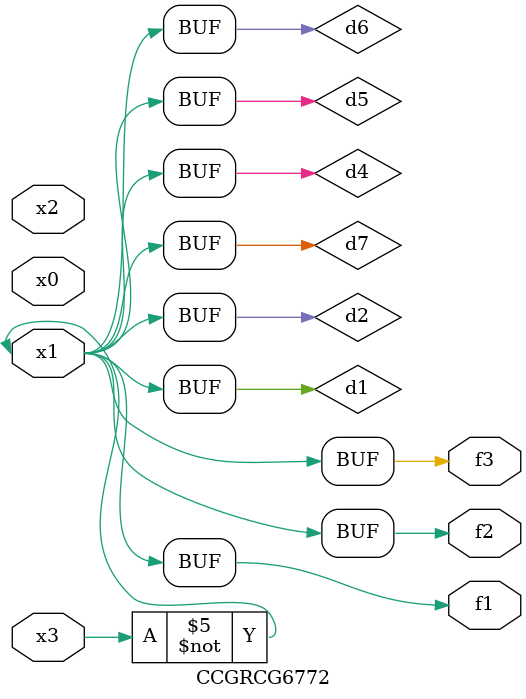
<source format=v>
module CCGRCG6772(
	input x0, x1, x2, x3,
	output f1, f2, f3
);

	wire d1, d2, d3, d4, d5, d6, d7;

	not (d1, x3);
	buf (d2, x1);
	xnor (d3, d1, d2);
	nor (d4, d1);
	buf (d5, d1, d2);
	buf (d6, d4, d5);
	nand (d7, d4);
	assign f1 = d6;
	assign f2 = d7;
	assign f3 = d6;
endmodule

</source>
